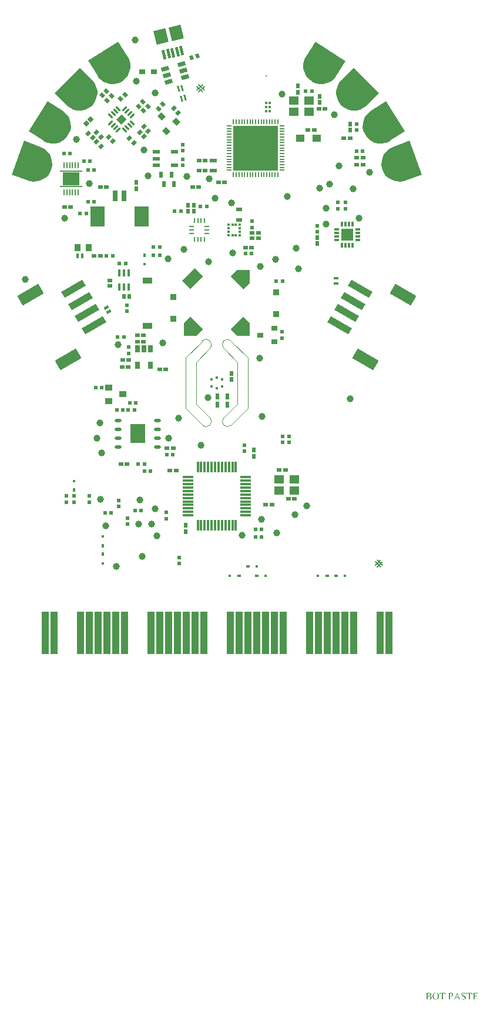
<source format=gbp>
G04*
G04 #@! TF.GenerationSoftware,Altium Limited,Altium Designer,18.1.9 (240)*
G04*
G04 Layer_Color=128*
%FSLAX44Y44*%
%MOMM*%
G71*
G01*
G75*
%ADD12C,0.1000*%
%ADD13C,0.1500*%
%ADD19C,0.1001*%
%ADD20R,0.5100X0.6000*%
%ADD21C,1.0000*%
%ADD25R,0.3000X0.8000*%
%ADD29R,0.7000X0.4000*%
%ADD31R,0.4000X0.4800*%
%ADD32R,0.3750X0.4170*%
%ADD35R,0.6200X0.6500*%
%ADD36R,0.6000X0.5100*%
%ADD39R,0.6500X0.6200*%
%ADD54R,1.0000X6.1470*%
%ADD56R,0.4800X0.4000*%
%ADD57R,0.4170X0.3750*%
G04:AMPARAMS|DCode=58|XSize=0.51mm|YSize=0.6mm|CornerRadius=0mm|HoleSize=0mm|Usage=FLASHONLY|Rotation=135.000|XOffset=0mm|YOffset=0mm|HoleType=Round|Shape=Rectangle|*
%AMROTATEDRECTD58*
4,1,4,0.3925,0.0318,-0.0318,-0.3925,-0.3925,-0.0318,0.0318,0.3925,0.3925,0.0318,0.0*
%
%ADD58ROTATEDRECTD58*%

G04:AMPARAMS|DCode=59|XSize=0.51mm|YSize=0.6mm|CornerRadius=0mm|HoleSize=0mm|Usage=FLASHONLY|Rotation=45.000|XOffset=0mm|YOffset=0mm|HoleType=Round|Shape=Rectangle|*
%AMROTATEDRECTD59*
4,1,4,0.0318,-0.3925,-0.3925,0.0318,-0.0318,0.3925,0.3925,-0.0318,0.0318,-0.3925,0.0*
%
%ADD59ROTATEDRECTD59*%

G04:AMPARAMS|DCode=64|XSize=0.65mm|YSize=0.62mm|CornerRadius=0mm|HoleSize=0mm|Usage=FLASHONLY|Rotation=225.000|XOffset=0mm|YOffset=0mm|HoleType=Round|Shape=Rectangle|*
%AMROTATEDRECTD64*
4,1,4,0.0106,0.4490,0.4490,0.0106,-0.0106,-0.4490,-0.4490,-0.0106,0.0106,0.4490,0.0*
%
%ADD64ROTATEDRECTD64*%

%ADD68R,1.0414X0.8890*%
%ADD110R,2.1000X3.0000*%
%ADD111R,0.8000X1.6000*%
%ADD112R,0.4000X1.0000*%
%ADD113R,0.5000X0.7000*%
%ADD114R,0.7000X0.5000*%
%ADD115R,0.9000X0.6000*%
G04:AMPARAMS|DCode=116|XSize=0.4mm|YSize=0.7mm|CornerRadius=0mm|HoleSize=0mm|Usage=FLASHONLY|Rotation=300.000|XOffset=0mm|YOffset=0mm|HoleType=Round|Shape=Rectangle|*
%AMROTATEDRECTD116*
4,1,4,-0.4031,-0.0018,0.2031,0.3482,0.4031,0.0018,-0.2031,-0.3482,-0.4031,-0.0018,0.0*
%
%ADD116ROTATEDRECTD116*%

%ADD117R,0.4000X0.7000*%
%ADD120O,0.2000X0.1000*%
G04:AMPARAMS|DCode=121|XSize=3.5mm|YSize=1mm|CornerRadius=0mm|HoleSize=0mm|Usage=FLASHONLY|Rotation=330.000|XOffset=0mm|YOffset=0mm|HoleType=Round|Shape=Rectangle|*
%AMROTATEDRECTD121*
4,1,4,-1.7656,0.4420,-1.2655,1.3080,1.7656,-0.4420,1.2655,-1.3080,-1.7656,0.4420,0.0*
%
%ADD121ROTATEDRECTD121*%

G04:AMPARAMS|DCode=122|XSize=3.5mm|YSize=1.6mm|CornerRadius=0mm|HoleSize=0mm|Usage=FLASHONLY|Rotation=330.000|XOffset=0mm|YOffset=0mm|HoleType=Round|Shape=Rectangle|*
%AMROTATEDRECTD122*
4,1,4,-1.9156,0.1822,-1.1156,1.5678,1.9156,-0.1822,1.1156,-1.5678,-1.9156,0.1822,0.0*
%
%ADD122ROTATEDRECTD122*%

G04:AMPARAMS|DCode=123|XSize=3.5mm|YSize=1.6mm|CornerRadius=0mm|HoleSize=0mm|Usage=FLASHONLY|Rotation=210.000|XOffset=0mm|YOffset=0mm|HoleType=Round|Shape=Rectangle|*
%AMROTATEDRECTD123*
4,1,4,1.1156,1.5678,1.9156,0.1822,-1.1156,-1.5678,-1.9156,-0.1822,1.1156,1.5678,0.0*
%
%ADD123ROTATEDRECTD123*%

G04:AMPARAMS|DCode=124|XSize=3.5mm|YSize=1mm|CornerRadius=0mm|HoleSize=0mm|Usage=FLASHONLY|Rotation=210.000|XOffset=0mm|YOffset=0mm|HoleType=Round|Shape=Rectangle|*
%AMROTATEDRECTD124*
4,1,4,1.2655,1.3080,1.7656,0.4420,-1.2655,-1.3080,-1.7656,-0.4420,1.2655,1.3080,0.0*
%
%ADD124ROTATEDRECTD124*%

%ADD125R,2.4500X1.9500*%
%ADD126R,0.2000X0.8500*%
%ADD127R,3.3000X0.2500*%
G04:AMPARAMS|DCode=129|XSize=1.75mm|YSize=2mm|CornerRadius=0mm|HoleSize=0mm|Usage=FLASHONLY|Rotation=193.909|XOffset=0mm|YOffset=0mm|HoleType=Round|Shape=Rectangle|*
%AMROTATEDRECTD129*
4,1,4,0.6090,1.1810,1.0897,-0.7604,-0.6090,-1.1810,-1.0897,0.7604,0.6090,1.1810,0.0*
%
%ADD129ROTATEDRECTD129*%

G04:AMPARAMS|DCode=130|XSize=0.4mm|YSize=1.35mm|CornerRadius=0mm|HoleSize=0mm|Usage=FLASHONLY|Rotation=193.909|XOffset=0mm|YOffset=0mm|HoleType=Round|Shape=Rectangle|*
%AMROTATEDRECTD130*
4,1,4,0.0319,0.7033,0.3564,-0.6071,-0.0319,-0.7033,-0.3564,0.6071,0.0319,0.7033,0.0*
%
%ADD130ROTATEDRECTD130*%

%ADD131R,1.4000X0.9000*%
G04:AMPARAMS|DCode=132|XSize=0.86mm|YSize=0.26mm|CornerRadius=0.0325mm|HoleSize=0mm|Usage=FLASHONLY|Rotation=45.000|XOffset=0mm|YOffset=0mm|HoleType=Round|Shape=RoundedRectangle|*
%AMROUNDEDRECTD132*
21,1,0.8600,0.1950,0,0,45.0*
21,1,0.7950,0.2600,0,0,45.0*
1,1,0.0650,0.3500,0.2121*
1,1,0.0650,-0.2121,-0.3500*
1,1,0.0650,-0.3500,-0.2121*
1,1,0.0650,0.2121,0.3500*
%
%ADD132ROUNDEDRECTD132*%
G04:AMPARAMS|DCode=133|XSize=0.86mm|YSize=0.26mm|CornerRadius=0.0325mm|HoleSize=0mm|Usage=FLASHONLY|Rotation=135.000|XOffset=0mm|YOffset=0mm|HoleType=Round|Shape=RoundedRectangle|*
%AMROUNDEDRECTD133*
21,1,0.8600,0.1950,0,0,135.0*
21,1,0.7950,0.2600,0,0,135.0*
1,1,0.0650,-0.2121,0.3500*
1,1,0.0650,0.3500,-0.2121*
1,1,0.0650,0.2121,-0.3500*
1,1,0.0650,-0.3500,0.2121*
%
%ADD133ROUNDEDRECTD133*%
%ADD135R,0.2500X0.8000*%
%ADD136R,0.8000X0.2500*%
%ADD137R,0.4000X0.3000*%
%ADD138R,0.3000X0.4000*%
%ADD139R,1.2000X1.0000*%
%ADD140R,1.8000X1.8000*%
%ADD141R,0.8000X0.3000*%
G04:AMPARAMS|DCode=142|XSize=0.28mm|YSize=1.56mm|CornerRadius=0.07mm|HoleSize=0mm|Usage=FLASHONLY|Rotation=0.000|XOffset=0mm|YOffset=0mm|HoleType=Round|Shape=RoundedRectangle|*
%AMROUNDEDRECTD142*
21,1,0.2800,1.4200,0,0,0.0*
21,1,0.1400,1.5600,0,0,0.0*
1,1,0.1400,0.0700,-0.7100*
1,1,0.1400,-0.0700,-0.7100*
1,1,0.1400,-0.0700,0.7100*
1,1,0.1400,0.0700,0.7100*
%
%ADD142ROUNDEDRECTD142*%
G04:AMPARAMS|DCode=143|XSize=0.28mm|YSize=1.56mm|CornerRadius=0.07mm|HoleSize=0mm|Usage=FLASHONLY|Rotation=270.000|XOffset=0mm|YOffset=0mm|HoleType=Round|Shape=RoundedRectangle|*
%AMROUNDEDRECTD143*
21,1,0.2800,1.4200,0,0,270.0*
21,1,0.1400,1.5600,0,0,270.0*
1,1,0.1400,-0.7100,-0.0700*
1,1,0.1400,-0.7100,0.0700*
1,1,0.1400,0.7100,0.0700*
1,1,0.1400,0.7100,-0.0700*
%
%ADD143ROUNDEDRECTD143*%
%ADD144R,0.6000X0.9000*%
G04:AMPARAMS|DCode=145|XSize=1.04mm|YSize=0.44mm|CornerRadius=0.154mm|HoleSize=0mm|Usage=FLASHONLY|Rotation=0.000|XOffset=0mm|YOffset=0mm|HoleType=Round|Shape=RoundedRectangle|*
%AMROUNDEDRECTD145*
21,1,1.0400,0.1320,0,0,0.0*
21,1,0.7320,0.4400,0,0,0.0*
1,1,0.3080,0.3660,-0.0660*
1,1,0.3080,-0.3660,-0.0660*
1,1,0.3080,-0.3660,0.0660*
1,1,0.3080,0.3660,0.0660*
%
%ADD145ROUNDEDRECTD145*%
G04:AMPARAMS|DCode=147|XSize=0.51mm|YSize=0.6mm|CornerRadius=0mm|HoleSize=0mm|Usage=FLASHONLY|Rotation=195.000|XOffset=0mm|YOffset=0mm|HoleType=Round|Shape=Rectangle|*
%AMROTATEDRECTD147*
4,1,4,0.1687,0.3558,0.3240,-0.2238,-0.1687,-0.3558,-0.3240,0.2238,0.1687,0.3558,0.0*
%
%ADD147ROTATEDRECTD147*%

%ADD148R,0.9500X0.9000*%
%ADD149R,0.9000X0.8000*%
%ADD150R,0.8500X1.0000*%
%ADD151R,1.4000X1.1500*%
%ADD152R,1.1000X0.6000*%
%ADD153R,0.2500X0.6500*%
%ADD154R,0.6500X0.2500*%
%ADD155R,6.4000X6.4000*%
%ADD156R,1.0500X0.5500*%
%ADD157R,0.9500X0.7000*%
%ADD158P,0.4243X4X225.0*%
%ADD159R,0.6350X1.0414*%
G04:AMPARAMS|DCode=160|XSize=0.9mm|YSize=0.8mm|CornerRadius=0mm|HoleSize=0mm|Usage=FLASHONLY|Rotation=135.000|XOffset=0mm|YOffset=0mm|HoleType=Round|Shape=Rectangle|*
%AMROTATEDRECTD160*
4,1,4,0.6010,-0.0354,0.0354,-0.6010,-0.6010,0.0354,-0.0354,0.6010,0.6010,-0.0354,0.0*
%
%ADD160ROTATEDRECTD160*%

G04:AMPARAMS|DCode=161|XSize=0.85mm|YSize=0.25mm|CornerRadius=0mm|HoleSize=0mm|Usage=FLASHONLY|Rotation=285.500|XOffset=0mm|YOffset=0mm|HoleType=Round|Shape=Rectangle|*
%AMROTATEDRECTD161*
4,1,4,-0.2340,0.3761,0.0069,0.4430,0.2340,-0.3761,-0.0069,-0.4430,-0.2340,0.3761,0.0*
%
%ADD161ROTATEDRECTD161*%

G04:AMPARAMS|DCode=162|XSize=0.6mm|YSize=1.1mm|CornerRadius=0mm|HoleSize=0mm|Usage=FLASHONLY|Rotation=286.060|XOffset=0mm|YOffset=0mm|HoleType=Round|Shape=Rectangle|*
%AMROTATEDRECTD162*
4,1,4,-0.6115,0.1361,0.4456,0.4404,0.6115,-0.1361,-0.4456,-0.4404,-0.6115,0.1361,0.0*
%
%ADD162ROTATEDRECTD162*%

%ADD176R,0.3001X0.3501*%
%ADD177R,0.3501X0.3001*%
G36*
X185701Y243567D02*
X172161Y222314D01*
X170798Y220175D01*
X167291Y216511D01*
X163136Y213601D01*
X158493Y211558D01*
X153541Y210461D01*
X148470Y210350D01*
X143475Y211231D01*
X138747Y213069D01*
X134469Y215795D01*
X130805Y219302D01*
X127896Y223457D01*
X125853Y228100D01*
X124755Y233052D01*
X124644Y238123D01*
X125525Y243118D01*
X127364Y247846D01*
X128726Y249985D01*
X142266Y271238D01*
X185701Y243567D01*
D02*
G37*
G36*
X-128606Y249795D02*
X-127262Y247644D01*
X-125465Y242901D01*
X-124628Y237898D01*
X-124783Y232828D01*
X-125924Y227885D01*
X-128007Y223261D01*
X-130953Y219131D01*
X-134647Y215656D01*
X-138949Y212968D01*
X-143692Y211171D01*
X-148695Y210334D01*
X-153765Y210489D01*
X-158707Y211630D01*
X-163332Y213713D01*
X-167461Y216658D01*
X-170937Y220353D01*
X-172281Y222504D01*
X-172281Y222504D01*
X-185635Y243874D01*
X-141960Y271165D01*
X-128606Y249795D01*
D02*
G37*
G36*
X234016Y197601D02*
X216197Y179781D01*
X214404Y177988D01*
X210187Y175170D01*
X205501Y173229D01*
X200526Y172239D01*
X195453D01*
X190478Y173229D01*
X185792Y175170D01*
X181575Y177988D01*
X177988Y181575D01*
X175170Y185792D01*
X173229Y190478D01*
X172239Y195453D01*
Y200526D01*
X173229Y205501D01*
X175170Y210187D01*
X177988Y214404D01*
X179781Y216197D01*
X179781D01*
X197601Y234017D01*
X234016Y197601D01*
D02*
G37*
G36*
X-179781Y216197D02*
X-177988Y214404D01*
X-175170Y210187D01*
X-173229Y205501D01*
X-172239Y200526D01*
Y195453D01*
X-173229Y190478D01*
X-175170Y185792D01*
X-177988Y181575D01*
X-181575Y177988D01*
X-185792Y175170D01*
X-190478Y173229D01*
X-195453Y172239D01*
X-200526D01*
X-205501Y173229D01*
X-210187Y175170D01*
X-214404Y177988D01*
X-216197Y179781D01*
X-216197Y179781D01*
X-234017Y197601D01*
X-197601Y234016D01*
X-179781Y216197D01*
D02*
G37*
G36*
X-130005Y159300D02*
X-137500Y151805D01*
X-144995Y159300D01*
X-137500Y166795D01*
X-130005Y159300D01*
D02*
G37*
G36*
X271238Y142266D02*
X249985Y128726D01*
X247846Y127364D01*
X243118Y125525D01*
X238123Y124644D01*
X233052Y124755D01*
X228100Y125853D01*
X223457Y127896D01*
X219302Y130805D01*
X215795Y134469D01*
X213069Y138747D01*
X211231Y143475D01*
X210350Y148470D01*
X210461Y153541D01*
X211558Y158493D01*
X213601Y163136D01*
X216511Y167291D01*
X220175Y170798D01*
X222314Y172161D01*
X222314Y172161D01*
X243567Y185701D01*
X271238Y142266D01*
D02*
G37*
G36*
X-222314Y172161D02*
X-220175Y170798D01*
X-216511Y167291D01*
X-213601Y163136D01*
X-211558Y158493D01*
X-210461Y153541D01*
X-210350Y148470D01*
X-211231Y143475D01*
X-213069Y138747D01*
X-215795Y134469D01*
X-219302Y130805D01*
X-223457Y127896D01*
X-228100Y125853D01*
X-233052Y124755D01*
X-238123Y124644D01*
X-243118Y125525D01*
X-247846Y127364D01*
X-249985Y128726D01*
X-249985D01*
X-271238Y142266D01*
X-243567Y185701D01*
X-222314Y172161D01*
D02*
G37*
G36*
X295601Y80187D02*
X271920Y71568D01*
X269537Y70701D01*
X264524Y69929D01*
X259457Y70151D01*
X254529Y71356D01*
X249932Y73500D01*
X245842Y76499D01*
X242415Y80239D01*
X239784Y84575D01*
X238049Y89342D01*
X237277Y94355D01*
X237499Y99422D01*
X238704Y104349D01*
X240848Y108946D01*
X243847Y113037D01*
X247587Y116464D01*
X251923Y119095D01*
X254306Y119963D01*
Y119963D01*
X277987Y128581D01*
X295601Y80187D01*
D02*
G37*
G36*
X-254306Y119963D02*
X-251923Y119095D01*
X-247587Y116464D01*
X-243847Y113037D01*
X-240848Y108946D01*
X-238704Y104349D01*
X-237499Y99422D01*
X-237277Y94355D01*
X-238049Y89342D01*
X-239784Y84575D01*
X-242415Y80239D01*
X-245842Y76499D01*
X-249932Y73500D01*
X-254529Y71356D01*
X-259457Y70151D01*
X-264524Y69929D01*
X-269537Y70701D01*
X-271920Y71568D01*
X-295601Y80187D01*
X-277987Y128581D01*
X-254306Y119963D01*
D02*
G37*
G36*
X47500Y-75885D02*
X38479Y-85406D01*
X20094Y-67021D01*
X29115Y-57500D01*
X47500D01*
Y-75885D01*
D02*
G37*
G36*
X-20094Y-67021D02*
X-38479Y-85406D01*
X-50000Y-72885D01*
X-31615Y-54500D01*
X-20094Y-67021D01*
D02*
G37*
G36*
X47500Y-134115D02*
Y-152500D01*
X29115D01*
X20094Y-142979D01*
X38479Y-124594D01*
X47500Y-134115D01*
D02*
G37*
G36*
X-20094Y-142979D02*
X-29115Y-152500D01*
X-47500D01*
Y-134115D01*
X-38479Y-124594D01*
X-20094Y-142979D01*
D02*
G37*
G36*
X-103250Y-306600D02*
X-124766D01*
Y-279380D01*
X-103250D01*
Y-306600D01*
D02*
G37*
G36*
X358283Y-1100954D02*
X358016D01*
Y-1100939D01*
Y-1100910D01*
X358002Y-1100865D01*
X357987Y-1100791D01*
X357957Y-1100628D01*
X357913Y-1100406D01*
X357854Y-1100169D01*
X357765Y-1099917D01*
X357676Y-1099666D01*
X357557Y-1099444D01*
X357542Y-1099414D01*
X357498Y-1099355D01*
X357424Y-1099251D01*
X357320Y-1099118D01*
X357187Y-1098985D01*
X357024Y-1098836D01*
X356847Y-1098688D01*
X356624Y-1098555D01*
X356595Y-1098540D01*
X356521Y-1098496D01*
X356402Y-1098451D01*
X356239Y-1098377D01*
X356047Y-1098318D01*
X355840Y-1098274D01*
X355603Y-1098229D01*
X355366Y-1098214D01*
X355247D01*
X355114Y-1098244D01*
X354936Y-1098274D01*
X354744Y-1098333D01*
X354537Y-1098407D01*
X354344Y-1098525D01*
X354151Y-1098673D01*
X354137Y-1098688D01*
X354077Y-1098748D01*
X354003Y-1098851D01*
X353914Y-1098970D01*
X353826Y-1099118D01*
X353752Y-1099296D01*
X353692Y-1099488D01*
X353678Y-1099695D01*
Y-1099710D01*
Y-1099769D01*
X353692Y-1099843D01*
X353722Y-1099962D01*
X353752Y-1100080D01*
X353796Y-1100214D01*
X353870Y-1100347D01*
X353974Y-1100495D01*
X354003Y-1100525D01*
X354033Y-1100554D01*
X354063Y-1100584D01*
X354122Y-1100643D01*
X354196Y-1100702D01*
X354300Y-1100776D01*
X354403Y-1100865D01*
X354537Y-1100954D01*
X354684Y-1101072D01*
X354847Y-1101176D01*
X355040Y-1101309D01*
X355262Y-1101443D01*
X355499Y-1101591D01*
X355765Y-1101739D01*
X356062Y-1101902D01*
X356077Y-1101917D01*
X356121Y-1101931D01*
X356195Y-1101976D01*
X356284Y-1102020D01*
X356387Y-1102079D01*
X356506Y-1102153D01*
X356787Y-1102316D01*
X357098Y-1102494D01*
X357394Y-1102672D01*
X357661Y-1102850D01*
X357779Y-1102938D01*
X357883Y-1103012D01*
X357913Y-1103027D01*
X357972Y-1103086D01*
X358061Y-1103160D01*
X358164Y-1103264D01*
X358298Y-1103397D01*
X358416Y-1103560D01*
X358549Y-1103723D01*
X358653Y-1103916D01*
X358668Y-1103945D01*
X358698Y-1104005D01*
X358742Y-1104108D01*
X358786Y-1104241D01*
X358831Y-1104404D01*
X358875Y-1104597D01*
X358905Y-1104804D01*
X358920Y-1105012D01*
Y-1105026D01*
Y-1105056D01*
Y-1105115D01*
X358905Y-1105189D01*
X358890Y-1105293D01*
X358875Y-1105396D01*
X358816Y-1105648D01*
X358712Y-1105944D01*
X358653Y-1106093D01*
X358564Y-1106255D01*
X358461Y-1106418D01*
X358357Y-1106566D01*
X358224Y-1106729D01*
X358076Y-1106877D01*
X358061Y-1106892D01*
X358031Y-1106907D01*
X357987Y-1106951D01*
X357928Y-1106996D01*
X357839Y-1107055D01*
X357735Y-1107129D01*
X357617Y-1107203D01*
X357483Y-1107262D01*
X357335Y-1107336D01*
X357172Y-1107410D01*
X356802Y-1107544D01*
X356373Y-1107633D01*
X356151Y-1107647D01*
X355899Y-1107662D01*
X355751D01*
X355647Y-1107647D01*
X355529D01*
X355395Y-1107633D01*
X355114Y-1107588D01*
X355099D01*
X355070Y-1107573D01*
X355010D01*
X354921Y-1107544D01*
X354803Y-1107514D01*
X354640Y-1107470D01*
X354448Y-1107410D01*
X354211Y-1107336D01*
X354181Y-1107321D01*
X354107Y-1107307D01*
X353988Y-1107262D01*
X353855Y-1107218D01*
X353707Y-1107188D01*
X353559Y-1107144D01*
X353441Y-1107129D01*
X353352Y-1107114D01*
X353322D01*
X353248Y-1107129D01*
X353159Y-1107159D01*
X353070Y-1107233D01*
X353056Y-1107247D01*
X353041Y-1107277D01*
X353011Y-1107321D01*
X352996Y-1107381D01*
X352967Y-1107455D01*
X352937Y-1107544D01*
X352922Y-1107662D01*
X352656D01*
Y-1104389D01*
X352922D01*
Y-1104404D01*
X352937Y-1104434D01*
Y-1104493D01*
X352952Y-1104552D01*
X352967Y-1104641D01*
X352996Y-1104745D01*
X353056Y-1104967D01*
X353115Y-1105219D01*
X353204Y-1105485D01*
X353307Y-1105722D01*
X353411Y-1105944D01*
X353426Y-1105959D01*
X353470Y-1106033D01*
X353544Y-1106122D01*
X353648Y-1106240D01*
X353781Y-1106374D01*
X353944Y-1106507D01*
X354137Y-1106655D01*
X354359Y-1106788D01*
X354374D01*
X354388Y-1106803D01*
X354477Y-1106833D01*
X354596Y-1106892D01*
X354773Y-1106951D01*
X354981Y-1107011D01*
X355218Y-1107070D01*
X355469Y-1107099D01*
X355751Y-1107114D01*
X355840D01*
X355899Y-1107099D01*
X356062Y-1107085D01*
X356254Y-1107055D01*
X356476Y-1106996D01*
X356713Y-1106922D01*
X356935Y-1106803D01*
X357143Y-1106655D01*
X357172Y-1106640D01*
X357231Y-1106566D01*
X357306Y-1106478D01*
X357409Y-1106344D01*
X357498Y-1106181D01*
X357587Y-1105989D01*
X357646Y-1105781D01*
X357661Y-1105545D01*
Y-1105530D01*
Y-1105485D01*
X357646Y-1105411D01*
X357631Y-1105322D01*
X357617Y-1105219D01*
X357572Y-1105100D01*
X357528Y-1104967D01*
X357454Y-1104834D01*
X357439Y-1104819D01*
X357424Y-1104774D01*
X357365Y-1104700D01*
X357306Y-1104612D01*
X357231Y-1104508D01*
X357128Y-1104404D01*
X357009Y-1104286D01*
X356861Y-1104167D01*
X356847Y-1104153D01*
X356802Y-1104123D01*
X356713Y-1104064D01*
X356565Y-1103975D01*
X356476Y-1103916D01*
X356373Y-1103842D01*
X356239Y-1103768D01*
X356106Y-1103693D01*
X355943Y-1103605D01*
X355765Y-1103501D01*
X355573Y-1103383D01*
X355351Y-1103264D01*
X355336Y-1103249D01*
X355292Y-1103234D01*
X355232Y-1103205D01*
X355158Y-1103146D01*
X355055Y-1103086D01*
X354936Y-1103027D01*
X354670Y-1102864D01*
X354388Y-1102701D01*
X354092Y-1102509D01*
X353826Y-1102331D01*
X353707Y-1102242D01*
X353604Y-1102168D01*
X353574Y-1102153D01*
X353515Y-1102094D01*
X353426Y-1102005D01*
X353307Y-1101902D01*
X353189Y-1101768D01*
X353056Y-1101606D01*
X352922Y-1101443D01*
X352819Y-1101265D01*
X352804Y-1101235D01*
X352774Y-1101176D01*
X352730Y-1101072D01*
X352685Y-1100939D01*
X352641Y-1100791D01*
X352597Y-1100599D01*
X352567Y-1100406D01*
X352552Y-1100184D01*
Y-1100169D01*
Y-1100140D01*
Y-1100080D01*
X352567Y-1100006D01*
X352582Y-1099917D01*
X352597Y-1099814D01*
X352656Y-1099577D01*
X352745Y-1099296D01*
X352878Y-1098999D01*
X352967Y-1098851D01*
X353085Y-1098688D01*
X353204Y-1098555D01*
X353337Y-1098407D01*
X353352Y-1098392D01*
X353367Y-1098377D01*
X353411Y-1098333D01*
X353485Y-1098288D01*
X353559Y-1098229D01*
X353648Y-1098170D01*
X353766Y-1098096D01*
X353885Y-1098022D01*
X354181Y-1097889D01*
X354522Y-1097770D01*
X354907Y-1097681D01*
X355129Y-1097667D01*
X355351Y-1097652D01*
X355484D01*
X355632Y-1097667D01*
X355840Y-1097696D01*
X356077Y-1097741D01*
X356358Y-1097815D01*
X356654Y-1097904D01*
X356965Y-1098037D01*
X356980D01*
X357024Y-1098066D01*
X357098Y-1098081D01*
X357187Y-1098111D01*
X357365Y-1098170D01*
X357454Y-1098185D01*
X357528Y-1098200D01*
X357557D01*
X357631Y-1098185D01*
X357735Y-1098155D01*
X357824Y-1098096D01*
X357839Y-1098081D01*
X357868Y-1098052D01*
X357898Y-1098007D01*
X357928Y-1097948D01*
X357957Y-1097859D01*
X357987Y-1097770D01*
X358016Y-1097652D01*
X358283D01*
Y-1100954D01*
D02*
G37*
G36*
X376290Y-1099977D02*
X376008D01*
Y-1099962D01*
Y-1099947D01*
X375979Y-1099858D01*
X375949Y-1099725D01*
X375905Y-1099562D01*
X375860Y-1099384D01*
X375801Y-1099221D01*
X375727Y-1099059D01*
X375668Y-1098940D01*
X375653Y-1098925D01*
X375638Y-1098896D01*
X375594Y-1098836D01*
X375535Y-1098777D01*
X375460Y-1098718D01*
X375372Y-1098644D01*
X375253Y-1098570D01*
X375135Y-1098511D01*
X375120D01*
X375075Y-1098496D01*
X375001Y-1098466D01*
X374912Y-1098451D01*
X374765Y-1098422D01*
X374602Y-1098407D01*
X374394Y-1098392D01*
X371521D01*
Y-1102168D01*
X373772D01*
X373906Y-1102153D01*
X374083Y-1102139D01*
X374261Y-1102109D01*
X374439Y-1102065D01*
X374602Y-1102005D01*
X374720Y-1101931D01*
X374735Y-1101917D01*
X374779Y-1101872D01*
X374838Y-1101783D01*
X374912Y-1101665D01*
X374987Y-1101502D01*
X375046Y-1101309D01*
X375105Y-1101058D01*
X375135Y-1100776D01*
X375401D01*
Y-1104108D01*
X375135D01*
Y-1104093D01*
Y-1104079D01*
X375120Y-1103990D01*
X375090Y-1103871D01*
X375075Y-1103738D01*
X375046Y-1103590D01*
X375001Y-1103442D01*
X374972Y-1103308D01*
X374927Y-1103220D01*
Y-1103205D01*
X374898Y-1103175D01*
X374838Y-1103086D01*
X374779Y-1103027D01*
X374705Y-1102953D01*
X374616Y-1102894D01*
X374513Y-1102835D01*
X374498D01*
X374454Y-1102805D01*
X374394Y-1102790D01*
X374305Y-1102761D01*
X374172Y-1102731D01*
X374024Y-1102716D01*
X373846Y-1102687D01*
X371521D01*
Y-1105855D01*
Y-1105885D01*
Y-1105959D01*
Y-1106063D01*
Y-1106196D01*
X371536Y-1106329D01*
Y-1106448D01*
X371551Y-1106566D01*
X371566Y-1106640D01*
X371581Y-1106655D01*
X371610Y-1106714D01*
X371670Y-1106788D01*
X371758Y-1106848D01*
X371773D01*
X371788Y-1106862D01*
X371832Y-1106877D01*
X371877D01*
X371951Y-1106892D01*
X372055Y-1106907D01*
X372173Y-1106922D01*
X374216D01*
X374394Y-1106907D01*
X374587Y-1106892D01*
X374779Y-1106877D01*
X374957Y-1106848D01*
X375120Y-1106818D01*
X375135D01*
X375179Y-1106788D01*
X375253Y-1106759D01*
X375342Y-1106714D01*
X375460Y-1106655D01*
X375579Y-1106581D01*
X375697Y-1106492D01*
X375831Y-1106374D01*
X375845Y-1106359D01*
X375905Y-1106285D01*
X375993Y-1106181D01*
X376112Y-1106033D01*
X376245Y-1105855D01*
X376393Y-1105619D01*
X376556Y-1105352D01*
X376734Y-1105041D01*
X377015D01*
X376186Y-1107440D01*
X368812D01*
Y-1107173D01*
X369197D01*
X369256Y-1107159D01*
X369345D01*
X369552Y-1107114D01*
X369774Y-1107025D01*
X369789D01*
X369818Y-1106996D01*
X369907Y-1106936D01*
X370011Y-1106833D01*
X370055Y-1106759D01*
X370085Y-1106685D01*
Y-1106670D01*
X370100Y-1106640D01*
X370115Y-1106581D01*
X370130Y-1106478D01*
X370144Y-1106359D01*
X370159Y-1106196D01*
X370174Y-1105989D01*
Y-1105752D01*
Y-1099532D01*
Y-1099518D01*
Y-1099488D01*
Y-1099444D01*
Y-1099384D01*
X370159Y-1099236D01*
X370144Y-1099059D01*
X370130Y-1098866D01*
X370100Y-1098688D01*
X370041Y-1098525D01*
X370011Y-1098466D01*
X369981Y-1098422D01*
X369967Y-1098407D01*
X369937Y-1098377D01*
X369878Y-1098333D01*
X369789Y-1098274D01*
X369670Y-1098229D01*
X369522Y-1098185D01*
X369345Y-1098155D01*
X369137Y-1098140D01*
X368812D01*
Y-1097874D01*
X376186D01*
X376290Y-1099977D01*
D02*
G37*
G36*
X368145Y-1100110D02*
X367864D01*
Y-1100080D01*
X367849Y-1100006D01*
X367834Y-1099903D01*
X367805Y-1099784D01*
X367745Y-1099503D01*
X367701Y-1099370D01*
X367657Y-1099266D01*
X367642Y-1099251D01*
X367612Y-1099207D01*
X367568Y-1099133D01*
X367494Y-1099044D01*
X367420Y-1098940D01*
X367316Y-1098851D01*
X367197Y-1098748D01*
X367064Y-1098673D01*
X367049Y-1098659D01*
X367005Y-1098644D01*
X366916Y-1098614D01*
X366812Y-1098570D01*
X366679Y-1098525D01*
X366516Y-1098496D01*
X366324Y-1098481D01*
X366116Y-1098466D01*
X364784D01*
Y-1105781D01*
Y-1105796D01*
Y-1105826D01*
Y-1105870D01*
Y-1105930D01*
X364799Y-1106078D01*
X364813Y-1106255D01*
X364828Y-1106448D01*
X364858Y-1106626D01*
X364902Y-1106774D01*
X364932Y-1106848D01*
X364961Y-1106892D01*
X364976Y-1106907D01*
X365006Y-1106936D01*
X365080Y-1106981D01*
X365169Y-1107025D01*
X365287Y-1107085D01*
X365420Y-1107129D01*
X365598Y-1107159D01*
X365791Y-1107173D01*
X366131D01*
Y-1107440D01*
X362074D01*
Y-1107173D01*
X362518D01*
X362622Y-1107159D01*
X362755Y-1107129D01*
X362888Y-1107085D01*
X363036Y-1107025D01*
X363170Y-1106936D01*
X363273Y-1106818D01*
X363288Y-1106803D01*
X363303Y-1106774D01*
X363332Y-1106700D01*
X363362Y-1106611D01*
X363392Y-1106463D01*
X363407Y-1106285D01*
X363436Y-1106063D01*
Y-1105781D01*
Y-1098466D01*
X362059D01*
X361911Y-1098481D01*
X361600Y-1098511D01*
X361452Y-1098540D01*
X361333Y-1098570D01*
X361319D01*
X361274Y-1098599D01*
X361200Y-1098629D01*
X361111Y-1098688D01*
X361022Y-1098748D01*
X360904Y-1098851D01*
X360800Y-1098955D01*
X360697Y-1099088D01*
X360682Y-1099103D01*
X360652Y-1099162D01*
X360608Y-1099236D01*
X360563Y-1099355D01*
X360519Y-1099503D01*
X360460Y-1099680D01*
X360430Y-1099888D01*
X360401Y-1100110D01*
X360134D01*
X360238Y-1097874D01*
X368041D01*
X368145Y-1100110D01*
D02*
G37*
G36*
X329229D02*
X328948D01*
Y-1100080D01*
X328933Y-1100006D01*
X328918Y-1099903D01*
X328889Y-1099784D01*
X328829Y-1099503D01*
X328785Y-1099370D01*
X328741Y-1099266D01*
X328726Y-1099251D01*
X328696Y-1099207D01*
X328652Y-1099133D01*
X328578Y-1099044D01*
X328504Y-1098940D01*
X328400Y-1098851D01*
X328282Y-1098748D01*
X328148Y-1098673D01*
X328133Y-1098659D01*
X328089Y-1098644D01*
X328000Y-1098614D01*
X327896Y-1098570D01*
X327763Y-1098525D01*
X327600Y-1098496D01*
X327408Y-1098481D01*
X327201Y-1098466D01*
X325868D01*
Y-1105781D01*
Y-1105796D01*
Y-1105826D01*
Y-1105870D01*
Y-1105930D01*
X325883Y-1106078D01*
X325897Y-1106255D01*
X325912Y-1106448D01*
X325942Y-1106626D01*
X325986Y-1106774D01*
X326016Y-1106848D01*
X326045Y-1106892D01*
X326060Y-1106907D01*
X326090Y-1106936D01*
X326164Y-1106981D01*
X326253Y-1107025D01*
X326371Y-1107085D01*
X326505Y-1107129D01*
X326682Y-1107159D01*
X326875Y-1107173D01*
X327215D01*
Y-1107440D01*
X323158D01*
Y-1107173D01*
X323602D01*
X323706Y-1107159D01*
X323839Y-1107129D01*
X323972Y-1107085D01*
X324120Y-1107025D01*
X324254Y-1106936D01*
X324357Y-1106818D01*
X324372Y-1106803D01*
X324387Y-1106774D01*
X324417Y-1106700D01*
X324446Y-1106611D01*
X324476Y-1106463D01*
X324491Y-1106285D01*
X324520Y-1106063D01*
Y-1105781D01*
Y-1098466D01*
X323143D01*
X322995Y-1098481D01*
X322684Y-1098511D01*
X322536Y-1098540D01*
X322417Y-1098570D01*
X322403D01*
X322358Y-1098599D01*
X322284Y-1098629D01*
X322195Y-1098688D01*
X322107Y-1098748D01*
X321988Y-1098851D01*
X321884Y-1098955D01*
X321781Y-1099088D01*
X321766Y-1099103D01*
X321736Y-1099162D01*
X321692Y-1099236D01*
X321647Y-1099355D01*
X321603Y-1099503D01*
X321544Y-1099680D01*
X321514Y-1099888D01*
X321484Y-1100110D01*
X321218D01*
X321322Y-1097874D01*
X329126D01*
X329229Y-1100110D01*
D02*
G37*
G36*
X337285Y-1097889D02*
X337403D01*
X337685Y-1097904D01*
X338010Y-1097933D01*
X338351Y-1097992D01*
X338677Y-1098052D01*
X338973Y-1098140D01*
X338988D01*
X339003Y-1098155D01*
X339091Y-1098185D01*
X339240Y-1098259D01*
X339403Y-1098348D01*
X339610Y-1098481D01*
X339817Y-1098629D01*
X340024Y-1098822D01*
X340217Y-1099044D01*
X340247Y-1099073D01*
X340306Y-1099147D01*
X340380Y-1099281D01*
X340484Y-1099458D01*
X340572Y-1099680D01*
X340661Y-1099932D01*
X340720Y-1100214D01*
X340735Y-1100525D01*
Y-1100539D01*
Y-1100569D01*
Y-1100643D01*
X340720Y-1100717D01*
X340706Y-1100821D01*
X340691Y-1100939D01*
X340632Y-1101206D01*
X340543Y-1101502D01*
X340409Y-1101828D01*
X340321Y-1101976D01*
X340217Y-1102139D01*
X340084Y-1102287D01*
X339950Y-1102435D01*
X339936Y-1102450D01*
X339921Y-1102464D01*
X339876Y-1102494D01*
X339802Y-1102553D01*
X339728Y-1102598D01*
X339639Y-1102657D01*
X339521Y-1102731D01*
X339388Y-1102790D01*
X339240Y-1102864D01*
X339077Y-1102924D01*
X338899Y-1102998D01*
X338707Y-1103042D01*
X338499Y-1103086D01*
X338277Y-1103131D01*
X338025Y-1103146D01*
X337774Y-1103160D01*
X337551D01*
X337433Y-1103146D01*
X337314D01*
X337018Y-1103116D01*
X337004D01*
X336944Y-1103101D01*
X336870D01*
X336767Y-1103086D01*
X336633Y-1103057D01*
X336500Y-1103027D01*
X336174Y-1102968D01*
Y-1105752D01*
Y-1105767D01*
Y-1105796D01*
Y-1105841D01*
Y-1105900D01*
X336189Y-1106048D01*
X336204Y-1106226D01*
X336219Y-1106418D01*
X336263Y-1106611D01*
X336308Y-1106759D01*
X336337Y-1106833D01*
X336367Y-1106877D01*
X336382Y-1106892D01*
X336411Y-1106922D01*
X336485Y-1106966D01*
X336574Y-1107025D01*
X336678Y-1107085D01*
X336811Y-1107129D01*
X336974Y-1107159D01*
X337166Y-1107173D01*
X337537D01*
Y-1107440D01*
X333464D01*
Y-1107173D01*
X333923D01*
X334027Y-1107159D01*
X334146Y-1107129D01*
X334294Y-1107085D01*
X334427Y-1107011D01*
X334560Y-1106922D01*
X334679Y-1106788D01*
Y-1106774D01*
X334708Y-1106744D01*
X334723Y-1106670D01*
X334753Y-1106581D01*
X334782Y-1106433D01*
X334797Y-1106255D01*
X334827Y-1106033D01*
Y-1105752D01*
Y-1099562D01*
Y-1099547D01*
Y-1099518D01*
Y-1099473D01*
Y-1099414D01*
X334812Y-1099266D01*
X334797Y-1099088D01*
X334782Y-1098896D01*
X334753Y-1098718D01*
X334693Y-1098555D01*
X334664Y-1098496D01*
X334634Y-1098451D01*
X334619Y-1098437D01*
X334590Y-1098407D01*
X334516Y-1098348D01*
X334427Y-1098288D01*
X334308Y-1098244D01*
X334175Y-1098185D01*
X334012Y-1098155D01*
X333820Y-1098140D01*
X333464D01*
Y-1097874D01*
X337166D01*
X337285Y-1097889D01*
D02*
G37*
G36*
X349857Y-1105619D02*
Y-1105633D01*
X349872Y-1105663D01*
X349902Y-1105707D01*
X349931Y-1105767D01*
X350005Y-1105944D01*
X350094Y-1106137D01*
X350213Y-1106344D01*
X350331Y-1106552D01*
X350464Y-1106729D01*
X350523Y-1106803D01*
X350583Y-1106862D01*
X350597Y-1106877D01*
X350642Y-1106907D01*
X350716Y-1106951D01*
X350820Y-1107011D01*
X350953Y-1107055D01*
X351101Y-1107114D01*
X351279Y-1107144D01*
X351486Y-1107173D01*
Y-1107440D01*
X347725D01*
Y-1107173D01*
X347813D01*
X347917Y-1107159D01*
X348036Y-1107144D01*
X348287Y-1107085D01*
X348391Y-1107055D01*
X348480Y-1106996D01*
X348495Y-1106981D01*
X348509Y-1106966D01*
X348584Y-1106877D01*
X348658Y-1106759D01*
X348672Y-1106685D01*
X348687Y-1106596D01*
Y-1106581D01*
Y-1106537D01*
X348672Y-1106463D01*
X348658Y-1106359D01*
X348613Y-1106226D01*
X348569Y-1106048D01*
X348495Y-1105855D01*
X348406Y-1105619D01*
X347843Y-1104241D01*
X344141D01*
X343504Y-1105752D01*
X343489Y-1105781D01*
X343460Y-1105841D01*
X343430Y-1105944D01*
X343386Y-1106063D01*
X343297Y-1106344D01*
X343267Y-1106463D01*
X343253Y-1106581D01*
Y-1106596D01*
Y-1106611D01*
X343282Y-1106714D01*
X343341Y-1106833D01*
X343386Y-1106907D01*
X343460Y-1106966D01*
X343475D01*
X343504Y-1106996D01*
X343564Y-1107025D01*
X343652Y-1107055D01*
X343771Y-1107085D01*
X343934Y-1107129D01*
X344126Y-1107159D01*
X344363Y-1107173D01*
Y-1107440D01*
X341342D01*
Y-1107173D01*
X341372D01*
X341446Y-1107159D01*
X341550Y-1107129D01*
X341668Y-1107099D01*
X341801Y-1107055D01*
X341920Y-1107011D01*
X342038Y-1106966D01*
X342112Y-1106907D01*
X342127Y-1106892D01*
X342172Y-1106833D01*
X342246Y-1106744D01*
X342349Y-1106611D01*
X342468Y-1106418D01*
X342601Y-1106181D01*
X342675Y-1106048D01*
X342749Y-1105885D01*
X342838Y-1105722D01*
X342912Y-1105530D01*
X346288Y-1097652D01*
X346525D01*
X349857Y-1105619D01*
D02*
G37*
G36*
X305506Y-1097889D02*
X305773D01*
X306069Y-1097918D01*
X306380Y-1097948D01*
X306676Y-1097992D01*
X306958Y-1098052D01*
X306973D01*
X307002Y-1098066D01*
X307061Y-1098081D01*
X307135Y-1098096D01*
X307224Y-1098126D01*
X307328Y-1098170D01*
X307550Y-1098259D01*
X307817Y-1098377D01*
X308083Y-1098540D01*
X308335Y-1098733D01*
X308572Y-1098955D01*
X308601Y-1098985D01*
X308661Y-1099073D01*
X308750Y-1099207D01*
X308853Y-1099384D01*
X308957Y-1099592D01*
X309046Y-1099843D01*
X309105Y-1100125D01*
X309135Y-1100436D01*
Y-1100451D01*
Y-1100465D01*
Y-1100554D01*
X309105Y-1100687D01*
X309075Y-1100865D01*
X309031Y-1101058D01*
X308942Y-1101280D01*
X308838Y-1101502D01*
X308690Y-1101724D01*
X308675Y-1101754D01*
X308601Y-1101813D01*
X308513Y-1101917D01*
X308365Y-1102035D01*
X308187Y-1102168D01*
X307965Y-1102316D01*
X307698Y-1102435D01*
X307402Y-1102553D01*
X307417D01*
X307446Y-1102568D01*
X307491Y-1102583D01*
X307565Y-1102598D01*
X307743Y-1102642D01*
X307965Y-1102716D01*
X308202Y-1102820D01*
X308438Y-1102938D01*
X308675Y-1103072D01*
X308883Y-1103234D01*
X308898D01*
X308912Y-1103264D01*
X308986Y-1103353D01*
X309105Y-1103486D01*
X309238Y-1103679D01*
X309357Y-1103901D01*
X309475Y-1104182D01*
X309549Y-1104478D01*
X309579Y-1104641D01*
Y-1104819D01*
Y-1104834D01*
Y-1104849D01*
Y-1104937D01*
X309549Y-1105086D01*
X309520Y-1105263D01*
X309460Y-1105471D01*
X309386Y-1105707D01*
X309268Y-1105944D01*
X309120Y-1106196D01*
X309105Y-1106226D01*
X309046Y-1106300D01*
X308942Y-1106418D01*
X308794Y-1106552D01*
X308631Y-1106714D01*
X308409Y-1106877D01*
X308172Y-1107011D01*
X307891Y-1107144D01*
X307876D01*
X307861Y-1107159D01*
X307802Y-1107173D01*
X307743Y-1107188D01*
X307654Y-1107218D01*
X307565Y-1107233D01*
X307432Y-1107262D01*
X307298Y-1107292D01*
X307135Y-1107321D01*
X306958Y-1107351D01*
X306765Y-1107366D01*
X306543Y-1107396D01*
X306306Y-1107410D01*
X306054Y-1107425D01*
X305788Y-1107440D01*
X300990D01*
Y-1107173D01*
X301434D01*
X301538Y-1107159D01*
X301656Y-1107129D01*
X301805Y-1107085D01*
X301938Y-1107011D01*
X302071Y-1106922D01*
X302190Y-1106803D01*
X302204Y-1106788D01*
X302219Y-1106744D01*
X302249Y-1106685D01*
X302278Y-1106581D01*
X302308Y-1106433D01*
X302323Y-1106255D01*
X302352Y-1106033D01*
Y-1105752D01*
Y-1099562D01*
Y-1099547D01*
Y-1099518D01*
Y-1099473D01*
Y-1099414D01*
X302337Y-1099266D01*
X302323Y-1099088D01*
X302308Y-1098911D01*
X302264Y-1098718D01*
X302219Y-1098570D01*
X302175Y-1098496D01*
X302145Y-1098451D01*
X302130Y-1098437D01*
X302101Y-1098407D01*
X302027Y-1098348D01*
X301938Y-1098288D01*
X301834Y-1098244D01*
X301686Y-1098185D01*
X301523Y-1098155D01*
X301331Y-1098140D01*
X300990D01*
Y-1097874D01*
X305403D01*
X305506Y-1097889D01*
D02*
G37*
G36*
X315798Y-1097667D02*
X315931D01*
X316094Y-1097696D01*
X316272Y-1097726D01*
X316494Y-1097770D01*
X316716Y-1097830D01*
X316968Y-1097904D01*
X317220Y-1097992D01*
X317486Y-1098111D01*
X317753Y-1098244D01*
X318034Y-1098407D01*
X318301Y-1098599D01*
X318567Y-1098822D01*
X318834Y-1099073D01*
X318849Y-1099088D01*
X318893Y-1099133D01*
X318967Y-1099221D01*
X319056Y-1099325D01*
X319160Y-1099473D01*
X319263Y-1099636D01*
X319397Y-1099829D01*
X319530Y-1100051D01*
X319648Y-1100288D01*
X319782Y-1100569D01*
X319885Y-1100850D01*
X320004Y-1101161D01*
X320078Y-1101502D01*
X320152Y-1101857D01*
X320196Y-1102227D01*
X320211Y-1102613D01*
Y-1102642D01*
Y-1102701D01*
X320196Y-1102820D01*
Y-1102968D01*
X320167Y-1103160D01*
X320137Y-1103383D01*
X320093Y-1103620D01*
X320033Y-1103886D01*
X319959Y-1104153D01*
X319870Y-1104449D01*
X319767Y-1104745D01*
X319634Y-1105056D01*
X319471Y-1105352D01*
X319293Y-1105663D01*
X319071Y-1105944D01*
X318834Y-1106226D01*
X318819Y-1106240D01*
X318775Y-1106285D01*
X318701Y-1106359D01*
X318582Y-1106448D01*
X318449Y-1106552D01*
X318301Y-1106685D01*
X318108Y-1106803D01*
X317901Y-1106936D01*
X317664Y-1107085D01*
X317412Y-1107203D01*
X317146Y-1107321D01*
X316850Y-1107440D01*
X316539Y-1107529D01*
X316213Y-1107603D01*
X315857Y-1107647D01*
X315502Y-1107662D01*
X315413D01*
X315310Y-1107647D01*
X315176Y-1107633D01*
X314999Y-1107618D01*
X314806Y-1107588D01*
X314584Y-1107544D01*
X314347Y-1107484D01*
X314095Y-1107410D01*
X313829Y-1107321D01*
X313547Y-1107203D01*
X313266Y-1107070D01*
X312985Y-1106922D01*
X312718Y-1106729D01*
X312451Y-1106522D01*
X312185Y-1106270D01*
X312170Y-1106255D01*
X312126Y-1106211D01*
X312066Y-1106122D01*
X311978Y-1106018D01*
X311874Y-1105870D01*
X311770Y-1105707D01*
X311637Y-1105515D01*
X311519Y-1105293D01*
X311400Y-1105041D01*
X311282Y-1104760D01*
X311163Y-1104464D01*
X311060Y-1104138D01*
X310971Y-1103797D01*
X310912Y-1103427D01*
X310867Y-1103042D01*
X310852Y-1102627D01*
Y-1102598D01*
Y-1102524D01*
X310867Y-1102405D01*
X310882Y-1102242D01*
X310897Y-1102050D01*
X310941Y-1101828D01*
X310986Y-1101576D01*
X311045Y-1101309D01*
X311134Y-1101013D01*
X311222Y-1100717D01*
X311356Y-1100406D01*
X311504Y-1100095D01*
X311681Y-1099784D01*
X311889Y-1099488D01*
X312126Y-1099192D01*
X312392Y-1098911D01*
X312407Y-1098896D01*
X312451Y-1098851D01*
X312526Y-1098792D01*
X312629Y-1098718D01*
X312763Y-1098614D01*
X312925Y-1098511D01*
X313103Y-1098392D01*
X313296Y-1098274D01*
X313533Y-1098170D01*
X313769Y-1098052D01*
X314036Y-1097948D01*
X314317Y-1097844D01*
X314628Y-1097770D01*
X314939Y-1097711D01*
X315280Y-1097667D01*
X315620Y-1097652D01*
X315709D01*
X315798Y-1097667D01*
D02*
G37*
%LPC*%
G36*
X337092Y-1098451D02*
X336944D01*
X336841Y-1098466D01*
X336707Y-1098481D01*
X336559Y-1098511D01*
X336382Y-1098555D01*
X336174Y-1098599D01*
Y-1102568D01*
X336189D01*
X336233Y-1102583D01*
X336308Y-1102598D01*
X336396Y-1102613D01*
X336604Y-1102642D01*
X336826Y-1102672D01*
X336870D01*
X336930Y-1102687D01*
X337004D01*
X337152Y-1102701D01*
X337344D01*
X337433Y-1102687D01*
X337581Y-1102672D01*
X337759Y-1102627D01*
X337951Y-1102568D01*
X338159Y-1102464D01*
X338381Y-1102331D01*
X338588Y-1102139D01*
X338618Y-1102109D01*
X338677Y-1102035D01*
X338751Y-1101917D01*
X338855Y-1101739D01*
X338958Y-1101532D01*
X339032Y-1101280D01*
X339091Y-1100998D01*
X339121Y-1100673D01*
Y-1100643D01*
Y-1100569D01*
X339106Y-1100451D01*
X339091Y-1100288D01*
X339062Y-1100110D01*
X339003Y-1099917D01*
X338943Y-1099725D01*
X338855Y-1099518D01*
X338840Y-1099488D01*
X338810Y-1099429D01*
X338751Y-1099340D01*
X338677Y-1099221D01*
X338573Y-1099088D01*
X338455Y-1098955D01*
X338307Y-1098822D01*
X338144Y-1098718D01*
X338129Y-1098703D01*
X338070Y-1098673D01*
X337966Y-1098629D01*
X337848Y-1098585D01*
X337685Y-1098540D01*
X337507Y-1098496D01*
X337314Y-1098466D01*
X337092Y-1098451D01*
D02*
G37*
G36*
X346022Y-1099873D02*
X344363Y-1103723D01*
X347621D01*
X346022Y-1099873D01*
D02*
G37*
G36*
X305196Y-1098348D02*
X304840D01*
X304707Y-1098363D01*
X304544D01*
X304352Y-1098392D01*
X304129Y-1098422D01*
X303922Y-1098451D01*
X303700Y-1098511D01*
Y-1102168D01*
X303744D01*
X303804Y-1102183D01*
X303863Y-1102198D01*
X303952Y-1102213D01*
X304055D01*
X304277Y-1102242D01*
X304499D01*
X304618Y-1102257D01*
X305284D01*
X305388Y-1102242D01*
X305610Y-1102227D01*
X305862Y-1102213D01*
X306114Y-1102168D01*
X306365Y-1102124D01*
X306573Y-1102050D01*
X306602Y-1102035D01*
X306661Y-1102005D01*
X306750Y-1101961D01*
X306869Y-1101887D01*
X307002Y-1101783D01*
X307135Y-1101665D01*
X307269Y-1101532D01*
X307372Y-1101369D01*
X307387Y-1101354D01*
X307417Y-1101295D01*
X307461Y-1101191D01*
X307520Y-1101072D01*
X307565Y-1100924D01*
X307609Y-1100761D01*
X307639Y-1100569D01*
X307654Y-1100377D01*
Y-1100362D01*
Y-1100332D01*
Y-1100288D01*
X307639Y-1100228D01*
X307624Y-1100080D01*
X307565Y-1099873D01*
X307491Y-1099651D01*
X307358Y-1099414D01*
X307195Y-1099177D01*
X307076Y-1099059D01*
X306958Y-1098940D01*
X306943D01*
X306928Y-1098911D01*
X306884Y-1098881D01*
X306824Y-1098851D01*
X306765Y-1098807D01*
X306676Y-1098748D01*
X306573Y-1098703D01*
X306454Y-1098644D01*
X306321Y-1098585D01*
X306173Y-1098540D01*
X306010Y-1098481D01*
X305832Y-1098437D01*
X305640Y-1098407D01*
X305418Y-1098377D01*
X305196Y-1098348D01*
D02*
G37*
G36*
X304944Y-1102761D02*
X304440D01*
X304189Y-1102775D01*
X304085D01*
X304011Y-1102790D01*
X303848Y-1102805D01*
X303700Y-1102835D01*
Y-1106759D01*
X303744D01*
X303774Y-1106774D01*
X303833Y-1106788D01*
X303996Y-1106818D01*
X304203Y-1106848D01*
X304455Y-1106877D01*
X304722Y-1106907D01*
X305018Y-1106922D01*
X305314Y-1106936D01*
X305432D01*
X305521Y-1106922D01*
X305640D01*
X305758Y-1106907D01*
X306040Y-1106862D01*
X306365Y-1106803D01*
X306691Y-1106700D01*
X307002Y-1106566D01*
X307283Y-1106374D01*
X307298D01*
X307313Y-1106344D01*
X307387Y-1106270D01*
X307506Y-1106152D01*
X307624Y-1105974D01*
X307743Y-1105767D01*
X307861Y-1105530D01*
X307935Y-1105248D01*
X307965Y-1105100D01*
Y-1104952D01*
Y-1104923D01*
Y-1104849D01*
X307950Y-1104745D01*
X307920Y-1104612D01*
X307891Y-1104449D01*
X307831Y-1104271D01*
X307743Y-1104079D01*
X307639Y-1103886D01*
X307624Y-1103856D01*
X307580Y-1103797D01*
X307506Y-1103708D01*
X307402Y-1103590D01*
X307254Y-1103457D01*
X307076Y-1103323D01*
X306869Y-1103190D01*
X306632Y-1103072D01*
X306617D01*
X306602Y-1103057D01*
X306558Y-1103042D01*
X306514Y-1103027D01*
X306365Y-1102968D01*
X306173Y-1102909D01*
X305921Y-1102864D01*
X305640Y-1102805D01*
X305299Y-1102775D01*
X304944Y-1102761D01*
D02*
G37*
G36*
X315487Y-1098155D02*
X315369D01*
X315280Y-1098170D01*
X315161Y-1098185D01*
X315043Y-1098200D01*
X314747Y-1098274D01*
X314421Y-1098392D01*
X314243Y-1098466D01*
X314080Y-1098555D01*
X313903Y-1098673D01*
X313740Y-1098807D01*
X313577Y-1098955D01*
X313429Y-1099118D01*
X313414Y-1099133D01*
X313384Y-1099177D01*
X313340Y-1099236D01*
X313281Y-1099340D01*
X313207Y-1099458D01*
X313118Y-1099606D01*
X313044Y-1099784D01*
X312955Y-1099992D01*
X312851Y-1100228D01*
X312777Y-1100480D01*
X312689Y-1100776D01*
X312614Y-1101087D01*
X312555Y-1101428D01*
X312511Y-1101783D01*
X312481Y-1102183D01*
X312466Y-1102598D01*
Y-1102627D01*
Y-1102701D01*
Y-1102820D01*
X312481Y-1102983D01*
X312496Y-1103175D01*
X312526Y-1103397D01*
X312555Y-1103649D01*
X312585Y-1103931D01*
X312644Y-1104212D01*
X312703Y-1104508D01*
X312792Y-1104804D01*
X312881Y-1105115D01*
X312999Y-1105411D01*
X313133Y-1105693D01*
X313281Y-1105959D01*
X313458Y-1106211D01*
X313473Y-1106226D01*
X313488Y-1106255D01*
X313533Y-1106300D01*
X313592Y-1106359D01*
X313681Y-1106433D01*
X313769Y-1106507D01*
X313873Y-1106596D01*
X314006Y-1106685D01*
X314288Y-1106862D01*
X314643Y-1107011D01*
X314836Y-1107070D01*
X315043Y-1107114D01*
X315250Y-1107144D01*
X315487Y-1107159D01*
X315620D01*
X315709Y-1107144D01*
X315828Y-1107129D01*
X315961Y-1107099D01*
X316109Y-1107070D01*
X316272Y-1107025D01*
X316450Y-1106966D01*
X316628Y-1106907D01*
X316805Y-1106818D01*
X316998Y-1106714D01*
X317175Y-1106596D01*
X317368Y-1106448D01*
X317546Y-1106285D01*
X317708Y-1106107D01*
X317723Y-1106093D01*
X317753Y-1106063D01*
X317797Y-1105989D01*
X317842Y-1105900D01*
X317916Y-1105796D01*
X317990Y-1105648D01*
X318064Y-1105485D01*
X318153Y-1105293D01*
X318242Y-1105086D01*
X318316Y-1104834D01*
X318390Y-1104567D01*
X318464Y-1104271D01*
X318508Y-1103931D01*
X318552Y-1103590D01*
X318582Y-1103205D01*
X318597Y-1102790D01*
Y-1102761D01*
Y-1102687D01*
Y-1102553D01*
X318582Y-1102390D01*
X318567Y-1102183D01*
X318552Y-1101946D01*
X318523Y-1101694D01*
X318479Y-1101413D01*
X318360Y-1100806D01*
X318286Y-1100510D01*
X318182Y-1100199D01*
X318079Y-1099903D01*
X317945Y-1099621D01*
X317797Y-1099355D01*
X317620Y-1099118D01*
X317605Y-1099103D01*
X317590Y-1099073D01*
X317546Y-1099029D01*
X317472Y-1098970D01*
X317397Y-1098896D01*
X317309Y-1098807D01*
X317190Y-1098733D01*
X317072Y-1098629D01*
X316924Y-1098540D01*
X316761Y-1098466D01*
X316583Y-1098377D01*
X316390Y-1098303D01*
X316183Y-1098244D01*
X315976Y-1098200D01*
X315739Y-1098170D01*
X315487Y-1098155D01*
D02*
G37*
%LPD*%
D12*
X10000Y-270000D02*
G03*
X20599Y-280599I5300J-5300D01*
G01*
Y-159401D02*
G03*
X10000Y-170000I-5300J-5300D01*
G01*
X-20599Y-280599D02*
G03*
X-10000Y-270000I5300J5300D01*
G01*
Y-170000D02*
G03*
X-20599Y-159401I-5300J5300D01*
G01*
X45001Y-256200D02*
Y-183800D01*
X20599Y-280599D02*
X45001Y-256200D01*
X20599Y-159401D02*
X45001Y-183800D01*
X10000Y-270000D02*
X30000Y-250000D01*
X10000Y-170000D02*
X30000Y-190000D01*
X-45001Y-256200D02*
Y-183800D01*
Y-256200D02*
X-20599Y-280599D01*
X-30000Y-250000D02*
X-10000Y-270000D01*
X-45001Y-183800D02*
X-20599Y-159401D01*
X-30000Y-190000D02*
X-10000Y-170000D01*
D13*
X-28444Y207164D02*
X-20541Y199261D01*
X-25929Y209678D02*
X-18026Y201776D01*
X-28444D02*
X-20541Y209678D01*
X-25929Y199261D02*
X-18026Y207164D01*
X228284Y-477006D02*
X236187Y-484909D01*
X230799Y-474492D02*
X238701Y-482394D01*
X228284D02*
X236187Y-474492D01*
X230799Y-484909D02*
X238701Y-477006D01*
D19*
X30000Y-250000D02*
Y-190000D01*
X-30000Y-250000D02*
Y-190000D01*
D20*
X-174450Y-227000D02*
D03*
X-104535Y-347200D02*
D03*
X-95635D02*
D03*
X-131350Y-47728D02*
D03*
X-140250D02*
D03*
X41259Y-33881D02*
D03*
X50159D02*
D03*
X-91450Y-36000D02*
D03*
X-82550D02*
D03*
X-187960Y24130D02*
D03*
X-196860D02*
D03*
X-176550Y41000D02*
D03*
X-185450D02*
D03*
X-185723Y86958D02*
D03*
X-176823D02*
D03*
X-220450Y110000D02*
D03*
X-211550D02*
D03*
X-182550Y99000D02*
D03*
X-191450D02*
D03*
X-108847Y-404000D02*
D03*
X-117747D02*
D03*
X-152253Y-407000D02*
D03*
X-161153D02*
D03*
X-159000Y-36881D02*
D03*
X-150100D02*
D03*
X-91450Y-24000D02*
D03*
X-82550D02*
D03*
X85512Y-73000D02*
D03*
X94412D02*
D03*
X-51900Y27350D02*
D03*
X-60800D02*
D03*
X-14600Y34290D02*
D03*
X-23500D02*
D03*
X201450Y114000D02*
D03*
X210350D02*
D03*
X137087Y200000D02*
D03*
X128187D02*
D03*
X55550Y-431000D02*
D03*
X64450D02*
D03*
Y-442000D02*
D03*
X55550D02*
D03*
X-135258Y-259000D02*
D03*
X-144157D02*
D03*
X-125586Y-249000D02*
D03*
X-116686D02*
D03*
X-118753Y-259000D02*
D03*
X-127653D02*
D03*
X-104550Y-337000D02*
D03*
X-113450D02*
D03*
X-165550Y-227000D02*
D03*
X-133875Y-153771D02*
D03*
X-142775D02*
D03*
X-63390Y-323000D02*
D03*
X-72290D02*
D03*
D21*
X-88900Y-401320D02*
D03*
X-167640Y-387350D02*
D03*
X129540Y-396918D02*
D03*
X169278Y166370D02*
D03*
X-70000Y-41000D02*
D03*
X21171Y39000D02*
D03*
X157480Y31750D02*
D03*
X148000Y60000D02*
D03*
X-43219Y77059D02*
D03*
X85000Y-42000D02*
D03*
X196350Y59690D02*
D03*
X114266Y-25860D02*
D03*
X118076Y-55521D02*
D03*
X101845Y48630D02*
D03*
X-88597Y197863D02*
D03*
X-202431Y130805D02*
D03*
X-183684Y67000D02*
D03*
X-142000Y-165000D02*
D03*
X-219302Y17405D02*
D03*
X-105087Y115089D02*
D03*
X-77707Y-162000D02*
D03*
X-160000Y-426000D02*
D03*
X-93980Y-422910D02*
D03*
X-112297Y-422738D02*
D03*
X-99000Y77723D02*
D03*
X176056Y92874D02*
D03*
X162560Y66040D02*
D03*
X204710Y17497D02*
D03*
X-11473Y-45506D02*
D03*
X23050Y-32981D02*
D03*
X62230Y-51895D02*
D03*
X157776Y8784D02*
D03*
X-2540Y45918D02*
D03*
X220526Y83146D02*
D03*
X-13000Y-240853D02*
D03*
X94000Y196000D02*
D03*
X-69653Y-299350D02*
D03*
X-168474Y-277735D02*
D03*
X-166000Y-321000D02*
D03*
X-55300Y-271000D02*
D03*
X-172426Y-299350D02*
D03*
X-23000Y-310000D02*
D03*
X86617Y-435602D02*
D03*
X64450Y-416114D02*
D03*
X36817Y-439000D02*
D03*
X113000Y-409800D02*
D03*
X-116287Y214312D02*
D03*
X-118000Y274000D02*
D03*
X-144425Y-484402D02*
D03*
X-276000Y-71000D02*
D03*
X192000Y-243000D02*
D03*
X-10853Y73781D02*
D03*
X-111147Y-388620D02*
D03*
X65000Y-268520D02*
D03*
X62000Y-184000D02*
D03*
X-86747Y-440001D02*
D03*
X-107950Y-469601D02*
D03*
X-47000Y-28000D02*
D03*
D25*
X180635Y-21665D02*
D03*
X185635D02*
D03*
X190635D02*
D03*
X195635D02*
D03*
Y8335D02*
D03*
X190635D02*
D03*
X185635D02*
D03*
X180635D02*
D03*
D29*
X171750Y-69393D02*
D03*
Y-76393D02*
D03*
D31*
X-206000Y-374254D02*
D03*
X-164491Y-466500D02*
D03*
X-164578Y-454000D02*
D03*
X-104146Y-36000D02*
D03*
D32*
X-206000Y-361054D02*
D03*
X-164491Y-479700D02*
D03*
X-164578Y-440800D02*
D03*
X-104146Y-49200D02*
D03*
D35*
X-116400Y59690D02*
D03*
Y68490D02*
D03*
X20848Y-214999D02*
D03*
Y-206199D02*
D03*
X53218Y-325400D02*
D03*
Y-316600D02*
D03*
X-44525Y-424946D02*
D03*
Y-433746D02*
D03*
X145000Y-10600D02*
D03*
Y-19400D02*
D03*
X192000Y144070D02*
D03*
Y152870D02*
D03*
X148000Y192400D02*
D03*
Y183600D02*
D03*
X-41910Y27350D02*
D03*
Y36150D02*
D03*
X-33020D02*
D03*
Y27350D02*
D03*
X116797Y198613D02*
D03*
Y207413D02*
D03*
D36*
X-184000Y-391450D02*
D03*
Y-382550D02*
D03*
X-129540Y-116850D02*
D03*
Y-107950D02*
D03*
X-49530Y114300D02*
D03*
Y123200D02*
D03*
X-54036Y-471115D02*
D03*
Y-480015D02*
D03*
X104000Y-305450D02*
D03*
Y-296550D02*
D03*
X95000D02*
D03*
Y-305450D02*
D03*
X-128350Y-414349D02*
D03*
Y-423249D02*
D03*
X-141057Y-389100D02*
D03*
Y-398000D02*
D03*
X145000Y-2450D02*
D03*
Y6450D02*
D03*
X174000Y39924D02*
D03*
Y31024D02*
D03*
X185635Y39900D02*
D03*
Y31000D02*
D03*
X93999Y-146550D02*
D03*
Y-155450D02*
D03*
X-217000Y-382550D02*
D03*
Y-391450D02*
D03*
X-206000D02*
D03*
Y-382550D02*
D03*
X51000Y3975D02*
D03*
Y12874D02*
D03*
X201101Y152920D02*
D03*
Y144020D02*
D03*
X-73124Y-406550D02*
D03*
Y-415450D02*
D03*
X39370Y-318140D02*
D03*
Y-309240D02*
D03*
X-127000Y-177450D02*
D03*
Y-168550D02*
D03*
X-49530Y102240D02*
D03*
Y93340D02*
D03*
D39*
X50059Y-25045D02*
D03*
X41259D02*
D03*
X103200Y-386969D02*
D03*
X112000D02*
D03*
X98770Y-344828D02*
D03*
X89970D02*
D03*
X-136400Y-197000D02*
D03*
X-127600D02*
D03*
X-105600Y-150960D02*
D03*
X-114400D02*
D03*
X-67557Y-346150D02*
D03*
X-58757D02*
D03*
X79200Y-395500D02*
D03*
X70400D02*
D03*
X-129600Y-337000D02*
D03*
X-138400D02*
D03*
X-114400Y-161000D02*
D03*
X-105600D02*
D03*
X-126992Y-187197D02*
D03*
X-135792D02*
D03*
X-73600Y-200000D02*
D03*
X-82400D02*
D03*
X-63007Y-314000D02*
D03*
X-71807D02*
D03*
X-159250Y62000D02*
D03*
X-168050D02*
D03*
X-210656Y33000D02*
D03*
X-219456D02*
D03*
X183200Y132000D02*
D03*
X192000D02*
D03*
X210400Y94200D02*
D03*
X201600D02*
D03*
X210400Y104349D02*
D03*
X201600D02*
D03*
X-168023Y-36881D02*
D03*
X-176823D02*
D03*
X-34800Y62000D02*
D03*
X-26000D02*
D03*
X51000Y-12000D02*
D03*
X59800D02*
D03*
Y-4000D02*
D03*
X51000D02*
D03*
X2600Y69000D02*
D03*
X11400D02*
D03*
X146928Y174685D02*
D03*
X155728D02*
D03*
X-16600Y86000D02*
D03*
X-25400D02*
D03*
X-16600Y100000D02*
D03*
X-25400D02*
D03*
X140400Y144000D02*
D03*
X131600D02*
D03*
D54*
X-247500Y-580000D02*
D03*
X-234800D02*
D03*
X-196700D02*
D03*
X-184000D02*
D03*
X-171300D02*
D03*
X-158600D02*
D03*
X-145900D02*
D03*
X-133200D02*
D03*
X-95100D02*
D03*
X-82400D02*
D03*
X-69700D02*
D03*
X-57000D02*
D03*
X-44300D02*
D03*
X-31600D02*
D03*
X-18900D02*
D03*
X19200Y-579995D02*
D03*
X31900Y-580000D02*
D03*
X44600D02*
D03*
X57300D02*
D03*
X70000D02*
D03*
X82700D02*
D03*
X95400Y-579995D02*
D03*
X133500D02*
D03*
X146200Y-580000D02*
D03*
X158900D02*
D03*
X171600D02*
D03*
X184300D02*
D03*
X197000Y-579995D02*
D03*
X235100D02*
D03*
X247800Y-580000D02*
D03*
D56*
X171600Y-498000D02*
D03*
X158900D02*
D03*
X57388D02*
D03*
X44600Y-484000D02*
D03*
X31900Y-498000D02*
D03*
D57*
X184800D02*
D03*
X145700D02*
D03*
X70588D02*
D03*
X57800Y-484000D02*
D03*
X18700Y-498000D02*
D03*
D58*
X-173147Y140647D02*
D03*
X-166853Y134353D02*
D03*
X-178853Y132853D02*
D03*
X-185147Y139147D02*
D03*
X-149853Y127853D02*
D03*
X-156147Y134147D02*
D03*
X-55853Y168853D02*
D03*
X-62147Y175147D02*
D03*
X-119560Y125853D02*
D03*
X-125853Y132147D02*
D03*
X-111147Y141147D02*
D03*
X-104853Y134853D02*
D03*
X-105147Y149147D02*
D03*
X-98853Y142853D02*
D03*
X-173147Y127147D02*
D03*
X-166853Y120853D02*
D03*
D59*
X-158147Y186853D02*
D03*
X-151853Y193147D02*
D03*
X-105647Y171853D02*
D03*
X-99353Y178147D02*
D03*
X-77707Y181041D02*
D03*
X-84000Y174748D02*
D03*
X-112676Y178404D02*
D03*
X-106382Y184697D02*
D03*
X-132500Y195000D02*
D03*
X-138793Y188707D02*
D03*
X-158853Y200147D02*
D03*
X-165147Y193853D02*
D03*
D64*
X-188166Y153318D02*
D03*
X-181943Y159541D02*
D03*
D68*
X-156000Y-245796D02*
D03*
Y-227000D02*
D03*
X-135680Y-236400D02*
D03*
D110*
X-171750Y20000D02*
D03*
X-108250D02*
D03*
D111*
X-146250Y49000D02*
D03*
X-133750D02*
D03*
D112*
X-127250Y-61499D02*
D03*
X-133750D02*
D03*
X-140250D02*
D03*
Y-81499D02*
D03*
X-133750D02*
D03*
X-127250D02*
D03*
D113*
X-126250Y-95250D02*
D03*
X-133750D02*
D03*
D114*
X-154150Y-79950D02*
D03*
Y-72450D02*
D03*
D115*
X31750Y14735D02*
D03*
Y29855D02*
D03*
D116*
X-155941Y-117712D02*
D03*
X-159441Y-111650D02*
D03*
D117*
X-200732Y-37000D02*
D03*
X-193732D02*
D03*
D120*
X71000Y222000D02*
D03*
D121*
X206824Y-84769D02*
D03*
X196824Y-102090D02*
D03*
X186824Y-119410D02*
D03*
X176825Y-136731D02*
D03*
D122*
X214188Y-186015D02*
D03*
X268188Y-92485D02*
D03*
D123*
X-214192Y-186015D02*
D03*
X-268192Y-92485D02*
D03*
D124*
X-206828Y-84769D02*
D03*
X-196828Y-102090D02*
D03*
X-186828Y-119410D02*
D03*
X-176828Y-136731D02*
D03*
D125*
X-210000Y74000D02*
D03*
D126*
X-200000Y54250D02*
D03*
X-204000D02*
D03*
X-208000D02*
D03*
X-212000D02*
D03*
X-216000D02*
D03*
X-220000D02*
D03*
Y93750D02*
D03*
X-216000D02*
D03*
X-212000D02*
D03*
X-208000D02*
D03*
X-204000D02*
D03*
X-200000D02*
D03*
D127*
X-210000Y85000D02*
D03*
Y63000D02*
D03*
D129*
X-58790Y284201D02*
D03*
X-80630Y278792D02*
D03*
D130*
X-50649Y258607D02*
D03*
X-56958Y257045D02*
D03*
X-63268Y255482D02*
D03*
X-69577Y253920D02*
D03*
X-75886Y252357D02*
D03*
D131*
X-100000Y-72500D02*
D03*
X-100000Y-137500D02*
D03*
D132*
X-142344Y143850D02*
D03*
X-145879Y147385D02*
D03*
X-149415Y150921D02*
D03*
X-152950Y154456D02*
D03*
X-132656Y174750D02*
D03*
X-129121Y171215D02*
D03*
X-125585Y167679D02*
D03*
X-122050Y164144D02*
D03*
D133*
Y154456D02*
D03*
X-125585Y150921D02*
D03*
X-129121Y147385D02*
D03*
X-132656Y143850D02*
D03*
X-152950Y164144D02*
D03*
X-149415Y167679D02*
D03*
X-145879Y171215D02*
D03*
X-142344Y174750D02*
D03*
D135*
X-32500Y13500D02*
D03*
X-27500Y13500D02*
D03*
X-22500Y13500D02*
D03*
X-17500Y13500D02*
D03*
X-17500Y-13500D02*
D03*
X-22500Y-13500D02*
D03*
X-27500Y-13500D02*
D03*
X-32500Y-13500D02*
D03*
D136*
X-14000Y5000D02*
D03*
X-14000Y0D02*
D03*
X-14000Y-5000D02*
D03*
X-36000Y-5000D02*
D03*
X-36000Y-0D02*
D03*
X-36000Y5000D02*
D03*
D137*
X17000Y-7500D02*
D03*
Y-2500D02*
D03*
Y2500D02*
D03*
Y7500D02*
D03*
X33000D02*
D03*
Y2500D02*
D03*
Y-2500D02*
D03*
Y-7500D02*
D03*
D138*
X22500Y7499D02*
D03*
X27500Y7500D02*
D03*
Y-7500D02*
D03*
X22500D02*
D03*
D139*
X144000Y132000D02*
D03*
X120000D02*
D03*
D140*
X188135Y-6665D02*
D03*
D141*
X203135Y-14165D02*
D03*
Y-9165D02*
D03*
Y-4165D02*
D03*
Y835D02*
D03*
X173135D02*
D03*
Y-4165D02*
D03*
Y-9165D02*
D03*
Y-14165D02*
D03*
D142*
X27500Y-341200D02*
D03*
X22500D02*
D03*
X17500D02*
D03*
X12500D02*
D03*
X7500D02*
D03*
X2500D02*
D03*
X-2500D02*
D03*
X-7500D02*
D03*
X-12500D02*
D03*
X-17500D02*
D03*
X-22500D02*
D03*
X-27500D02*
D03*
Y-424800D02*
D03*
X-22500D02*
D03*
X-17500D02*
D03*
X-12500D02*
D03*
X-7500D02*
D03*
X-2500D02*
D03*
X2500D02*
D03*
X7500D02*
D03*
X12500D02*
D03*
X17500D02*
D03*
X22500D02*
D03*
X27500D02*
D03*
D143*
X-41800Y-355500D02*
D03*
Y-360500D02*
D03*
Y-365500D02*
D03*
Y-370500D02*
D03*
Y-375500D02*
D03*
Y-380500D02*
D03*
Y-385500D02*
D03*
Y-390500D02*
D03*
Y-395500D02*
D03*
Y-400500D02*
D03*
Y-405500D02*
D03*
Y-410500D02*
D03*
X41800D02*
D03*
Y-405500D02*
D03*
Y-400500D02*
D03*
Y-395500D02*
D03*
Y-390500D02*
D03*
Y-385500D02*
D03*
Y-380500D02*
D03*
Y-375500D02*
D03*
Y-370500D02*
D03*
Y-365500D02*
D03*
Y-360500D02*
D03*
Y-355500D02*
D03*
D144*
X-65440Y80000D02*
D03*
X-80560D02*
D03*
X15560Y-239000D02*
D03*
X440D02*
D03*
Y-251000D02*
D03*
X15560D02*
D03*
X-76620Y66000D02*
D03*
X-61500D02*
D03*
D145*
X-142450Y-312050D02*
D03*
Y-299350D02*
D03*
Y-286650D02*
D03*
Y-273950D02*
D03*
X-85550D02*
D03*
Y-286650D02*
D03*
Y-299350D02*
D03*
Y-312050D02*
D03*
D147*
X-36798Y248643D02*
D03*
X-28202Y250946D02*
D03*
D148*
X85500Y-120750D02*
D03*
Y-89250D02*
D03*
X-63000Y-127750D02*
D03*
Y-96250D02*
D03*
D149*
X82558Y-140960D02*
D03*
Y-160960D02*
D03*
X62558Y-150960D02*
D03*
D150*
X-184645Y-25442D02*
D03*
X-200644D02*
D03*
D151*
X111000Y186147D02*
D03*
X133000D02*
D03*
Y170147D02*
D03*
X111000D02*
D03*
X112000Y-374474D02*
D03*
X90000D02*
D03*
Y-358474D02*
D03*
X112000D02*
D03*
D152*
X-5474Y99874D02*
D03*
Y85874D02*
D03*
D153*
X28000Y80000D02*
D03*
X32000D02*
D03*
X36000D02*
D03*
X40000D02*
D03*
X44000D02*
D03*
X48000D02*
D03*
X52000D02*
D03*
X56000D02*
D03*
X60000D02*
D03*
X64000D02*
D03*
X68000D02*
D03*
X72000D02*
D03*
X76000D02*
D03*
X80000D02*
D03*
X84000D02*
D03*
X88000D02*
D03*
X24000Y156400D02*
D03*
X28000D02*
D03*
X32000D02*
D03*
X36000D02*
D03*
X40000D02*
D03*
X44000D02*
D03*
X48000D02*
D03*
X52000D02*
D03*
X56000D02*
D03*
X60000D02*
D03*
X64000D02*
D03*
X68000D02*
D03*
X72000D02*
D03*
X76000D02*
D03*
X80000D02*
D03*
X84000D02*
D03*
X88000D02*
D03*
X24000Y80000D02*
D03*
D154*
X94200Y150200D02*
D03*
X17800D02*
D03*
Y146200D02*
D03*
Y142200D02*
D03*
Y138200D02*
D03*
Y134200D02*
D03*
Y130200D02*
D03*
Y126200D02*
D03*
Y122200D02*
D03*
Y118200D02*
D03*
Y114200D02*
D03*
Y110200D02*
D03*
Y106200D02*
D03*
Y102200D02*
D03*
Y98200D02*
D03*
Y94200D02*
D03*
Y90200D02*
D03*
Y86200D02*
D03*
X94200D02*
D03*
Y90200D02*
D03*
Y94200D02*
D03*
Y98200D02*
D03*
Y102200D02*
D03*
Y106200D02*
D03*
Y110200D02*
D03*
Y114200D02*
D03*
Y118200D02*
D03*
Y122200D02*
D03*
Y126200D02*
D03*
Y130200D02*
D03*
Y134200D02*
D03*
Y138200D02*
D03*
Y142200D02*
D03*
Y146200D02*
D03*
D155*
X56000Y118200D02*
D03*
D156*
X-87000Y93500D02*
D03*
Y103000D02*
D03*
Y112500D02*
D03*
X-61000D02*
D03*
Y93500D02*
D03*
D157*
X-90750Y228000D02*
D03*
X-107250Y228000D02*
D03*
D158*
X70995Y183138D02*
D03*
X71000Y177268D02*
D03*
X71005Y171398D02*
D03*
X76005Y171402D02*
D03*
X76000Y177272D02*
D03*
X75995Y183142D02*
D03*
D159*
X-114400Y-194400D02*
D03*
X-95400D02*
D03*
Y-171000D02*
D03*
X-104900D02*
D03*
X-114400D02*
D03*
D160*
X-58330Y156428D02*
D03*
X-72472Y142286D02*
D03*
X-79543Y163499D02*
D03*
D161*
X-54641Y203262D02*
D03*
X-50767Y189289D02*
D03*
X-45948Y190626D02*
D03*
X-49823Y204598D02*
D03*
D162*
X-74640Y231882D02*
D03*
X-72012Y222753D02*
D03*
X-69384Y213623D02*
D03*
X-45360Y220539D02*
D03*
X-50616Y238797D02*
D03*
X-47988Y229668D02*
D03*
D176*
X7501Y-214999D02*
D03*
Y-225001D02*
D03*
X-7501Y-214999D02*
D03*
Y-225001D02*
D03*
D177*
X0Y-212499D02*
D03*
Y-227501D02*
D03*
M02*

</source>
